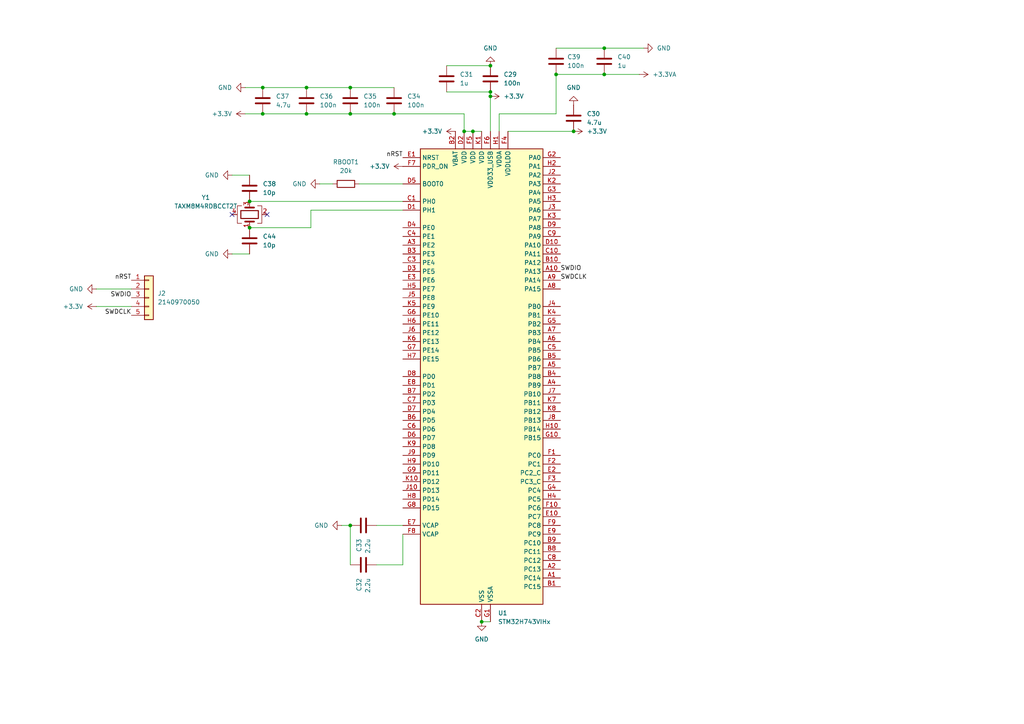
<source format=kicad_sch>
(kicad_sch (version 20231120) (generator "eeschema") (generator_version "8.0")
  (paper "A4")
  (lib_symbols
    (symbol "Connector_Generic:Conn_01x05" (pin_names (offset 1.016) hide)
      (property "Reference" "J" (at 0 7.62 0))
      (property "Value" "Conn_01x05" (at 0 -7.62 0))
      (symbol "Conn_01x05_1_1"
        (rectangle (start -1.27 -4.953) (end 0 -5.207) (stroke (width 0.1524)))
        (rectangle (start -1.27 -2.413) (end 0 -2.667) (stroke (width 0.1524)))
        (rectangle (start -1.27 0.127) (end 0 -0.127) (stroke (width 0.1524)))
        (rectangle (start -1.27 2.667) (end 0 2.413) (stroke (width 0.1524)))
        (rectangle (start -1.27 5.207) (end 0 4.953) (stroke (width 0.1524)))
        (rectangle (start -1.27 6.35) (end 1.27 -6.35) (stroke (width 0.254)) (fill (type background)))
        (pin passive line (at -5.08 5.08 0) (length 3.81) (name "Pin_1") (number "1"))
        (pin passive line (at -5.08 2.54 0) (length 3.81) (name "Pin_2") (number "2"))
        (pin passive line (at -5.08 0 0) (length 3.81) (name "Pin_3") (number "3"))
        (pin passive line (at -5.08 -2.54 0) (length 3.81) (name "Pin_4") (number "4"))
        (pin passive line (at -5.08 -5.08 0) (length 3.81) (name "Pin_5") (number "5"))
      )
    )
    (symbol "Device:C" (pin_numbers hide) (pin_names (offset 0.254))
      (property "Reference" "C" (at 0.635 2.54 0))
      (property "Value" "C" (at 0.635 -2.54 0))
      (symbol "C_0_1"
        (polyline (pts (xy -2.032 -0.762) (xy 2.032 -0.762)) (stroke (width 0.508)))
        (polyline (pts (xy -2.032 0.762) (xy 2.032 0.762)) (stroke (width 0.508)))
      )
      (symbol "C_1_1"
        (pin passive line (at 0 3.81 270) (length 2.794) (name "~") (number "1"))
        (pin passive line (at 0 -3.81 90) (length 2.794) (name "~") (number "2"))
      )
    )
    (symbol "Device:Crystal_GND24" (pin_names (offset 1.016) hide)
      (property "Reference" "Y" (at 3.175 5.08 0))
      (property "Value" "Crystal_GND24" (at 3.175 3.175 0))
      (symbol "Crystal_GND24_0_1"
        (rectangle (start -1.143 2.54) (end 1.143 -2.54) (stroke (width 0.3048)))
        (polyline (pts (xy -2.54 0) (xy -2.032 0)))
        (polyline (pts (xy -2.032 -1.27) (xy -2.032 1.27)) (stroke (width 0.508)))
        (polyline (pts (xy 0 -3.81) (xy 0 -3.556)))
        (polyline (pts (xy 0 3.556) (xy 0 3.81)))
        (polyline (pts (xy 2.032 -1.27) (xy 2.032 1.27)) (stroke (width 0.508)))
        (polyline (pts (xy 2.032 0) (xy 2.54 0)))
        (polyline (pts (xy -2.54 -2.286) (xy -2.54 -3.556) (xy 2.54 -3.556) (xy 2.54 -2.286)))
        (polyline (pts (xy -2.54 2.286) (xy -2.54 3.556) (xy 2.54 3.556) (xy 2.54 2.286)))
      )
      (symbol "Crystal_GND24_1_1"
        (pin passive line (at -3.81 0 0) (length 1.27) (name "1") (number "1"))
        (pin passive line (at 0 5.08 270) (length 1.27) (name "2") (number "2"))
        (pin passive line (at 3.81 0 180) (length 1.27) (name "3") (number "3"))
        (pin passive line (at 0 -5.08 90) (length 1.27) (name "4") (number "4"))
      )
    )
    (symbol "Device:R" (pin_numbers hide) (pin_names (offset 0))
      (property "Reference" "R" (at 2.032 0 90))
      (property "Value" "R" (at 0 0 90))
      (symbol "R_0_1"
        (rectangle (start -1.016 -2.54) (end 1.016 2.54) (stroke (width 0.254)))
      )
      (symbol "R_1_1"
        (pin passive line (at 0 3.81 270) (length 1.27) (name "~") (number "1"))
        (pin passive line (at 0 -3.81 90) (length 1.27) (name "~") (number "2"))
      )
    )
    (symbol "MCU_ST_STM32H7:STM32H743VIHx"
      (property "Reference" "U" (at -17.78 67.31 0))
      (property "Value" "STM32H743VIHx" (at 10.16 67.31 0))
      (symbol "STM32H743VIHx_0_1"
        (rectangle (start -17.78 -66.04) (end 17.78 66.04) (stroke (width 0.254)) (fill (type background)))
      )
      (symbol "STM32H743VIHx_1_1"
        (pin bidirectional line (at 22.86 -58.42 180) (length 5.08) (name "PC14") (number "A1"))
        (pin bidirectional line (at 22.86 30.48 180) (length 5.08) (name "PA13") (number "A10"))
        (pin bidirectional line (at 22.86 -55.88 180) (length 5.08) (name "PC13") (number "A2"))
        (pin bidirectional line (at -22.86 38.1 0) (length 5.08) (name "PE2") (number "A3"))
        (pin bidirectional line (at 22.86 -2.54 180) (length 5.08) (name "PB9") (number "A4"))
        (pin bidirectional line (at 22.86 2.54 180) (length 5.08) (name "PB7") (number "A5"))
        (pin bidirectional line (at 22.86 10.16 180) (length 5.08) (name "PB4") (number "A6"))
        (pin bidirectional line (at 22.86 12.7 180) (length 5.08) (name "PB3") (number "A7"))
        (pin bidirectional line (at 22.86 25.4 180) (length 5.08) (name "PA15") (number "A8"))
        (pin bidirectional line (at 22.86 27.94 180) (length 5.08) (name "PA14") (number "A9"))
        (pin bidirectional line (at 22.86 -60.96 180) (length 5.08) (name "PC15") (number "B1"))
        (pin bidirectional line (at 22.86 33.02 180) (length 5.08) (name "PA12") (number "B10"))
        (pin power_in line (at -7.62 71.12 270) (length 5.08) (name "VBAT") (number "B2"))
        (pin bidirectional line (at -22.86 35.56 0) (length 5.08) (name "PE3") (number "B3"))
        (pin bidirectional line (at 22.86 0 180) (length 5.08) (name "PB8") (number "B4"))
        (pin bidirectional line (at 22.86 5.08 180) (length 5.08) (name "PB6") (number "B5"))
        (pin bidirectional line (at -22.86 -12.7 0) (length 5.08) (name "PD5") (number "B6"))
        (pin bidirectional line (at -22.86 -5.08 0) (length 5.08) (name "PD2") (number "B7"))
        (pin bidirectional line (at 22.86 -50.8 180) (length 5.08) (name "PC11") (number "B8"))
        (pin bidirectional line (at 22.86 -48.26 180) (length 5.08) (name "PC10") (number "B9"))
        (pin bidirectional line (at -22.86 50.8 0) (length 5.08) (name "PH0") (number "C1"))
        (pin bidirectional line (at 22.86 35.56 180) (length 5.08) (name "PA11") (number "C10"))
        (pin power_in line (at 0 -71.12 90) (length 5.08) (name "VSS") (number "C2"))
        (pin bidirectional line (at -22.86 33.02 0) (length 5.08) (name "PE4") (number "C3"))
        (pin bidirectional line (at -22.86 40.64 0) (length 5.08) (name "PE1") (number "C4"))
        (pin bidirectional line (at 22.86 7.62 180) (length 5.08) (name "PB5") (number "C5"))
        (pin bidirectional line (at -22.86 -15.24 0) (length 5.08) (name "PD6") (number "C6"))
        (pin bidirectional line (at -22.86 -7.62 0) (length 5.08) (name "PD3") (number "C7"))
        (pin bidirectional line (at 22.86 -53.34 180) (length 5.08) (name "PC12") (number "C8"))
        (pin bidirectional line (at 22.86 40.64 180) (length 5.08) (name "PA9") (number "C9"))
        (pin bidirectional line (at -22.86 48.26 0) (length 5.08) (name "PH1") (number "D1"))
        (pin bidirectional line (at 22.86 38.1 180) (length 5.08) (name "PA10") (number "D10"))
        (pin power_in line (at -5.08 71.12 270) (length 5.08) (name "VDD") (number "D2"))
        (pin bidirectional line (at -22.86 30.48 0) (length 5.08) (name "PE5") (number "D3"))
        (pin bidirectional line (at -22.86 43.18 0) (length 5.08) (name "PE0") (number "D4"))
        (pin input line (at -22.86 55.88 0) (length 5.08) (name "BOOT0") (number "D5"))
        (pin bidirectional line (at -22.86 -17.78 0) (length 5.08) (name "PD7") (number "D6"))
        (pin bidirectional line (at -22.86 -10.16 0) (length 5.08) (name "PD4") (number "D7"))
        (pin bidirectional line (at -22.86 0 0) (length 5.08) (name "PD0") (number "D8"))
        (pin bidirectional line (at 22.86 43.18 180) (length 5.08) (name "PA8") (number "D9"))
        (pin input line (at -22.86 63.5 0) (length 5.08) (name "NRST") (number "E1"))
        (pin bidirectional line (at 22.86 -40.64 180) (length 5.08) (name "PC7") (number "E10"))
        (pin bidirectional line (at 22.86 -27.94 180) (length 5.08) (name "PC2_C") (number "E2"))
        (pin bidirectional line (at -22.86 27.94 0) (length 5.08) (name "PE6") (number "E3"))
        (pin passive line (at 0 -71.12 90) (length 5.08) hide (name "VSS") (number "E4"))
        (pin passive line (at 0 -71.12 90) (length 5.08) hide (name "VSS") (number "E5"))
        (pin passive line (at 0 -71.12 90) (length 5.08) hide (name "VSS") (number "E6"))
        (pin power_out line (at -22.86 -43.18 0) (length 5.08) (name "VCAP") (number "E7"))
        (pin bidirectional line (at -22.86 -2.54 0) (length 5.08) (name "PD1") (number "E8"))
        (pin bidirectional line (at 22.86 -45.72 180) (length 5.08) (name "PC9") (number "E9"))
        (pin bidirectional line (at 22.86 -22.86 180) (length 5.08) (name "PC0") (number "F1"))
        (pin bidirectional line (at 22.86 -38.1 180) (length 5.08) (name "PC6") (number "F10"))
        (pin bidirectional line (at 22.86 -25.4 180) (length 5.08) (name "PC1") (number "F2"))
        (pin bidirectional line (at 22.86 -30.48 180) (length 5.08) (name "PC3_C") (number "F3"))
        (pin power_in line (at 7.62 71.12 270) (length 5.08) (name "VDDLDO") (number "F4"))
        (pin power_in line (at -2.54 71.12 270) (length 5.08) (name "VDD") (number "F5"))
        (pin power_in line (at 2.54 71.12 270) (length 5.08) (name "VDD33_USB") (number "F6"))
        (pin input line (at -22.86 60.96 0) (length 5.08) (name "PDR_ON") (number "F7"))
        (pin power_out line (at -22.86 -45.72 0) (length 5.08) (name "VCAP") (number "F8"))
        (pin bidirectional line (at 22.86 -43.18 180) (length 5.08) (name "PC8") (number "F9"))
        (pin power_in line (at 2.54 -71.12 90) (length 5.08) (name "VSSA") (number "G1"))
        (pin bidirectional line (at 22.86 -17.78 180) (length 5.08) (name "PB15") (number "G10"))
        (pin bidirectional line (at 22.86 63.5 180) (length 5.08) (name "PA0") (number "G2"))
        (pin bidirectional line (at 22.86 53.34 180) (length 5.08) (name "PA4") (number "G3"))
        (pin bidirectional line (at 22.86 -33.02 180) (length 5.08) (name "PC4") (number "G4"))
        (pin bidirectional line (at 22.86 15.24 180) (length 5.08) (name "PB2") (number "G5"))
        (pin bidirectional line (at -22.86 17.78 0) (length 5.08) (name "PE10") (number "G6"))
        (pin bidirectional line (at -22.86 7.62 0) (length 5.08) (name "PE14") (number "G7"))
        (pin bidirectional line (at -22.86 -38.1 0) (length 5.08) (name "PD15") (number "G8"))
        (pin bidirectional line (at -22.86 -27.94 0) (length 5.08) (name "PD11") (number "G9"))
        (pin power_in line (at 5.08 71.12 270) (length 5.08) (name "VDDA") (number "H1"))
        (pin bidirectional line (at 22.86 -15.24 180) (length 5.08) (name "PB14") (number "H10"))
        (pin bidirectional line (at 22.86 60.96 180) (length 5.08) (name "PA1") (number "H2"))
        (pin bidirectional line (at 22.86 50.8 180) (length 5.08) (name "PA5") (number "H3"))
        (pin bidirectional line (at 22.86 -35.56 180) (length 5.08) (name "PC5") (number "H4"))
        (pin bidirectional line (at -22.86 25.4 0) (length 5.08) (name "PE7") (number "H5"))
        (pin bidirectional line (at -22.86 15.24 0) (length 5.08) (name "PE11") (number "H6"))
        (pin bidirectional line (at -22.86 5.08 0) (length 5.08) (name "PE15") (number "H7"))
        (pin bidirectional line (at -22.86 -35.56 0) (length 5.08) (name "PD14") (number "H8"))
        (pin bidirectional line (at -22.86 -25.4 0) (length 5.08) (name "PD10") (number "H9"))
        (pin passive line (at 0 -71.12 90) (length 5.08) hide (name "VSS") (number "J1"))
        (pin bidirectional line (at -22.86 -33.02 0) (length 5.08) (name "PD13") (number "J10"))
        (pin bidirectional line (at 22.86 58.42 180) (length 5.08) (name "PA2") (number "J2"))
        (pin bidirectional line (at 22.86 48.26 180) (length 5.08) (name "PA6") (number "J3"))
        (pin bidirectional line (at 22.86 20.32 180) (length 5.08) (name "PB0") (number "J4"))
        (pin bidirectional line (at -22.86 22.86 0) (length 5.08) (name "PE8") (number "J5"))
        (pin bidirectional line (at -22.86 12.7 0) (length 5.08) (name "PE12") (number "J6"))
        (pin bidirectional line (at 22.86 -5.08 180) (length 5.08) (name "PB10") (number "J7"))
        (pin bidirectional line (at 22.86 -12.7 180) (length 5.08) (name "PB13") (number "J8"))
        (pin bidirectional line (at -22.86 -22.86 0) (length 5.08) (name "PD9") (number "J9"))
        (pin power_in line (at 0 71.12 270) (length 5.08) (name "VDD") (number "K1"))
        (pin bidirectional line (at -22.86 -30.48 0) (length 5.08) (name "PD12") (number "K10"))
        (pin bidirectional line (at 22.86 55.88 180) (length 5.08) (name "PA3") (number "K2"))
        (pin bidirectional line (at 22.86 45.72 180) (length 5.08) (name "PA7") (number "K3"))
        (pin bidirectional line (at 22.86 17.78 180) (length 5.08) (name "PB1") (number "K4"))
        (pin bidirectional line (at -22.86 20.32 0) (length 5.08) (name "PE9") (number "K5"))
        (pin bidirectional line (at -22.86 10.16 0) (length 5.08) (name "PE13") (number "K6"))
        (pin bidirectional line (at 22.86 -7.62 180) (length 5.08) (name "PB11") (number "K7"))
        (pin bidirectional line (at 22.86 -10.16 180) (length 5.08) (name "PB12") (number "K8"))
        (pin bidirectional line (at -22.86 -20.32 0) (length 5.08) (name "PD8") (number "K9"))
      )
    )
    (symbol "power:+3.3V" (power) (pin_numbers hide) (pin_names (offset 0) hide)
      (property "Value" "+3.3V" (at 0 3.556 0))
      (symbol "+3.3V_0_1"
        (polyline (pts (xy -0.762 1.27) (xy 0 2.54)))
        (polyline (pts (xy 0 0) (xy 0 2.54)))
        (polyline (pts (xy 0 2.54) (xy 0.762 1.27)))
      )
      (symbol "+3.3V_1_1"
        (pin power_in line (at 0 0 90) (length 0) (name "~") (number "1"))
      )
    )
    (symbol "power:+3.3VA" (power) (pin_numbers hide) (pin_names (offset 0) hide)
      (property "Value" "+3.3VA" (at 0 3.556 0))
      (symbol "+3.3VA_0_1"
        (polyline (pts (xy -0.762 1.27) (xy 0 2.54)))
        (polyline (pts (xy 0 0) (xy 0 2.54)))
        (polyline (pts (xy 0 2.54) (xy 0.762 1.27)))
      )
      (symbol "+3.3VA_1_1"
        (pin power_in line (at 0 0 90) (length 0) (name "~") (number "1"))
      )
    )
    (symbol "power:GND" (power) (pin_numbers hide) (pin_names (offset 0) hide)
      (property "Value" "GND" (at 0 -3.81 0))
      (symbol "GND_0_1"
        (polyline (pts (xy 0 0) (xy 0 -1.27) (xy 1.27 -1.27) (xy 0 -2.54) (xy -1.27 -1.27) (xy 0 -1.27)))
      )
      (symbol "GND_1_1"
        (pin power_in line (at 0 0 270) (length 0) (name "~") (number "1"))
      )
    )
  )
  (junction (at 88.9 33.02))
  (junction (at 137.16 38.1))
  (junction (at 142.24 27.94))
  (junction (at 142.24 19.05))
  (junction (at 161.29 21.59))
  (junction (at 166.37 38.1))
  (junction (at 175.26 21.59))
  (junction (at 114.3 33.02))
  (junction (at 88.9 25.4))
  (junction (at 142.24 26.67))
  (junction (at 134.62 38.1))
  (junction (at 72.39 58.42))
  (junction (at 72.39 66.04))
  (junction (at 101.6 25.4))
  (junction (at 101.6 33.02))
  (junction (at 76.2 25.4))
  (junction (at 101.6 152.4))
  (junction (at 139.7 180.34))
  (junction (at 76.2 33.02))
  (junction (at 175.26 13.97))
  (no_connect (at 77.47 62.23))
  (no_connect (at 67.31 62.23))
  (wire (pts (xy 109.22 152.4) (xy 116.84 152.4)))
  (wire (pts (xy 134.62 33.02) (xy 134.62 38.1)))
  (wire (pts (xy 137.16 38.1) (xy 139.7 38.1)))
  (wire (pts (xy 71.12 25.4) (xy 76.2 25.4)))
  (wire (pts (xy 139.7 180.34) (xy 142.24 180.34)))
  (wire (pts (xy 109.22 163.83) (xy 116.84 163.83)))
  (wire (pts (xy 76.2 25.4) (xy 88.9 25.4)))
  (wire (pts (xy 99.06 152.4) (xy 101.6 152.4)))
  (wire (pts (xy 67.31 73.66) (xy 72.39 73.66)))
  (wire (pts (xy 129.54 19.05) (xy 142.24 19.05)))
  (wire (pts (xy 175.26 21.59) (xy 185.42 21.59)))
  (wire (pts (xy 101.6 152.4) (xy 101.6 163.83)))
  (wire (pts (xy 161.29 33.02) (xy 161.29 21.59)))
  (wire (pts (xy 104.14 53.34) (xy 116.84 53.34)))
  (wire (pts (xy 27.94 83.82) (xy 38.1 83.82)))
  (wire (pts (xy 90.17 60.96) (xy 90.17 66.04)))
  (wire (pts (xy 144.78 33.02) (xy 144.78 38.1)))
  (wire (pts (xy 67.31 50.8) (xy 72.39 50.8)))
  (wire (pts (xy 142.24 26.67) (xy 142.24 27.94)))
  (wire (pts (xy 71.12 33.02) (xy 76.2 33.02)))
  (wire (pts (xy 116.84 163.83) (xy 116.84 154.94)))
  (wire (pts (xy 76.2 33.02) (xy 88.9 33.02)))
  (wire (pts (xy 161.29 21.59) (xy 175.26 21.59)))
  (wire (pts (xy 116.84 60.96) (xy 90.17 60.96)))
  (wire (pts (xy 72.39 58.42) (xy 116.84 58.42)))
  (wire (pts (xy 90.17 66.04) (xy 72.39 66.04)))
  (wire (pts (xy 142.24 27.94) (xy 142.24 38.1)))
  (wire (pts (xy 27.94 88.9) (xy 38.1 88.9)))
  (wire (pts (xy 161.29 13.97) (xy 175.26 13.97)))
  (wire (pts (xy 101.6 33.02) (xy 114.3 33.02)))
  (wire (pts (xy 166.37 38.1) (xy 147.32 38.1)))
  (wire (pts (xy 175.26 13.97) (xy 186.69 13.97)))
  (wire (pts (xy 144.78 33.02) (xy 161.29 33.02)))
  (wire (pts (xy 134.62 38.1) (xy 137.16 38.1)))
  (wire (pts (xy 92.71 53.34) (xy 96.52 53.34)))
  (wire (pts (xy 88.9 33.02) (xy 101.6 33.02)))
  (wire (pts (xy 114.3 33.02) (xy 134.62 33.02)))
  (wire (pts (xy 101.6 25.4) (xy 114.3 25.4)))
  (wire (pts (xy 129.54 26.67) (xy 142.24 26.67)))
  (wire (pts (xy 88.9 25.4) (xy 101.6 25.4)))
  (label "SWDIO" (at 38.1 86.36 180))
  (label "SWDCLK" (at 162.56 81.28 0))
  (label "SWDIO" (at 162.56 78.74 0))
  (label "nRST" (at 116.84 45.72 180))
  (label "nRST" (at 38.1 81.28 180))
  (label "SWDCLK" (at 38.1 91.44 180))
  (symbol (lib_id "MCU_ST_STM32H7:STM32H743VIHx") (at 139.7 109.22 0) (unit 1)
    (property "Reference" "U1" (at 144.4341 177.8 0) (effects (justify left)))
    (property "Value" "STM32H743VIHx" (at 144.4341 180.34 0) (effects (justify left)))
    (property "Footprint" "Package_BGA:TFBGA-100_8x8mm_Layout10x10_P0.8mm" (effects (hide yes)))
    (property "Datasheet" "https://www.st.com/resource/en/datasheet/stm32h743vi.pdf" (effects (hide yes)))
    (property "Description" "STMicroelectronics Arm Cortex-M7 MCU, 2048KB flash, 1024KB RAM, 480 MHz, 1.71-3.6V, 82 GPIO, TFBGA100" (effects (hide yes)))
  )
  (symbol (lib_id "Device:C") (at 88.9 29.21 0) (unit 1)
    (property "Reference" "C36" (at 92.71 27.9399 0) (effects (justify left)))
    (property "Value" "100n" (at 92.71 30.4799 0) (effects (justify left)))
    (property "Footprint" "Capacitor_SMD:C_0402_1005Metric" (effects (hide yes)))
  )
  (symbol (lib_id "Device:C") (at 142.24 22.86 0) (unit 1)
    (property "Reference" "C29" (at 146.05 21.5899 0) (effects (justify left)))
    (property "Value" "100n" (at 146.05 24.1299 0) (effects (justify left)))
    (property "Footprint" "Capacitor_SMD:C_0402_1005Metric" (effects (hide yes)))
  )
  (symbol (lib_id "Device:C") (at 166.37 34.29 0) (unit 1)
    (property "Reference" "C30" (at 170.18 33.0199 0) (effects (justify left)))
    (property "Value" "4.7u" (at 170.18 35.5599 0) (effects (justify left)))
    (property "Footprint" "Capacitor_SMD:C_0402_1005Metric" (effects (hide yes)))
  )
  (symbol (lib_id "power:GND") (at 139.7 180.34 0) (unit 1)
    (property "Reference" "#PWR091" (effects (hide yes)))
    (property "Value" "GND" (at 139.7 185.42 0))
    (property "Description" "Power symbol creates a global label with name \"GND\" , ground" (effects (hide yes)))
  )
  (symbol (lib_id "power:GND") (at 67.31 73.66 270) (unit 1)
    (property "Reference" "#PWR64" (effects (hide yes)))
    (property "Value" "GND" (at 63.5 73.6599 90) (effects (justify right)))
    (property "Description" "Power symbol creates a global label with name \"GND\" , ground" (effects (hide yes)))
  )
  (symbol (lib_id "power:GND") (at 142.24 19.05 180) (unit 1)
    (property "Reference" "#PWR087" (effects (hide yes)))
    (property "Value" "GND" (at 142.24 13.97 0))
    (property "Description" "Power symbol creates a global label with name \"GND\" , ground" (effects (hide yes)))
  )
  (symbol (lib_id "Device:Crystal_GND24") (at 72.39 62.23 270) (mirror x) (unit 1)
    (property "Reference" "Y1" (at 59.69 57.2768 90))
    (property "Value" "TAXM8M4RDBCCT2T" (at 59.69 59.8168 90))
    (property "Description" "Four pin crystal, GND on pins 2 and 4" (effects (hide yes)))
  )
  (symbol (lib_id "power:+3.3V") (at 27.94 88.9 90) (unit 1)
    (property "Reference" "#PWR38" (effects (hide yes)))
    (property "Value" "+3.3V" (at 24.13 88.8999 90) (effects (justify left)))
    (property "Description" "Power symbol creates a global label with name \"+3.3V\"" (effects (hide yes)))
  )
  (symbol (lib_id "Device:C") (at 161.29 17.78 0) (unit 1)
    (property "Reference" "C39" (at 164.511 16.5099 0) (effects (justify left)))
    (property "Value" "100n" (at 164.511 19.0499 0) (effects (justify left)))
    (property "Footprint" "Capacitor_SMD:C_0402_1005Metric" (effects (hide yes)))
  )
  (symbol (lib_id "Device:C") (at 72.39 69.85 0) (unit 1)
    (property "Reference" "C44" (at 76.2 68.5799 0) (effects (justify left)))
    (property "Value" "10p" (at 76.2 71.1199 0) (effects (justify left)))
    (property "Footprint" "Capacitor_SMD:C_0402_1005Metric" (effects (hide yes)))
  )
  (symbol (lib_id "power:GND") (at 166.37 30.48 180) (unit 1)
    (property "Reference" "#PWR088" (effects (hide yes)))
    (property "Value" "GND" (at 166.37 25.4 0))
    (property "Description" "Power symbol creates a global label with name \"GND\" , ground" (effects (hide yes)))
  )
  (symbol (lib_id "Device:C") (at 105.41 163.83 90) (mirror x) (unit 1)
    (property "Reference" "C32" (at 104.1399 167.64 0) (effects (justify left)))
    (property "Value" "2.2u" (at 106.6799 167.64 0) (effects (justify left)))
    (property "Footprint" "Capacitor_SMD:C_0402_1005Metric" (effects (hide yes)))
  )
  (symbol (lib_id "power:+3.3VA") (at 185.42 21.59 270) (unit 1)
    (property "Reference" "#PWR098" (effects (hide yes)))
    (property "Value" "+3.3VA" (at 189.23 21.5899 90) (effects (justify left)))
    (property "Description" "Power symbol creates a global label with name \"+3.3VA\"" (effects (hide yes)))
  )
  (symbol (lib_id "Device:C") (at 76.2 29.21 0) (unit 1)
    (property "Reference" "C37" (at 80.01 27.9399 0) (effects (justify left)))
    (property "Value" "4.7u" (at 80.01 30.4799 0) (effects (justify left)))
    (property "Footprint" "Capacitor_SMD:C_0402_1005Metric" (effects (hide yes)))
  )
  (symbol (lib_id "power:GND") (at 27.94 83.82 270) (unit 1)
    (property "Reference" "#PWR37" (effects (hide yes)))
    (property "Value" "GND" (at 24.13 83.8199 90) (effects (justify right)))
    (property "Description" "Power symbol creates a global label with name \"GND\" , ground" (effects (hide yes)))
  )
  (symbol (lib_id "power:GND") (at 67.31 50.8 270) (unit 1)
    (property "Reference" "#PWR63" (effects (hide yes)))
    (property "Value" "GND" (at 63.5 50.7999 90) (effects (justify right)))
    (property "Description" "Power symbol creates a global label with name \"GND\" , ground" (effects (hide yes)))
  )
  (symbol (lib_id "power:+3.3V") (at 71.12 33.02 90) (unit 1)
    (property "Reference" "#PWR093" (effects (hide yes)))
    (property "Value" "+3.3V" (at 67.31 33.0199 90) (effects (justify left)))
    (property "Description" "Power symbol creates a global label with name \"+3.3V\"" (effects (hide yes)))
  )
  (symbol (lib_id "Device:C") (at 175.26 17.78 0) (unit 1)
    (property "Reference" "C40" (at 179.07 16.5099 0) (effects (justify left)))
    (property "Value" "1u" (at 179.07 19.0499 0) (effects (justify left)))
    (property "Footprint" "Capacitor_SMD:C_0402_1005Metric" (effects (hide yes)))
  )
  (symbol (lib_id "power:+3.3V") (at 142.24 27.94 270) (unit 1)
    (property "Reference" "#PWR089" (effects (hide yes)))
    (property "Value" "+3.3V" (at 146.05 27.9399 90) (effects (justify left)))
    (property "Description" "Power symbol creates a global label with name \"+3.3V\"" (effects (hide yes)))
  )
  (symbol (lib_id "Device:R") (at 100.33 53.34 270) (unit 1)
    (property "Reference" "RBOOT1" (at 100.33 46.99 90))
    (property "Value" "20k" (at 100.33 49.53 90))
    (property "Footprint" "Resistor_SMD:R_0402_1005Metric" (effects (hide yes)))
  )
  (symbol (lib_id "Device:C") (at 101.6 29.21 0) (unit 1)
    (property "Reference" "C35" (at 105.41 27.9399 0) (effects (justify left)))
    (property "Value" "100n" (at 105.41 30.4799 0) (effects (justify left)))
    (property "Footprint" "Capacitor_SMD:C_0402_1005Metric" (effects (hide yes)))
  )
  (symbol (lib_id "power:GND") (at 92.71 53.34 270) (unit 1)
    (property "Reference" "#PWR0103" (effects (hide yes)))
    (property "Value" "GND" (at 88.9 53.3399 90) (effects (justify right)))
    (property "Description" "Power symbol creates a global label with name \"GND\" , ground" (effects (hide yes)))
  )
  (symbol (lib_id "power:+3.3V") (at 132.08 38.1 90) (unit 1)
    (property "Reference" "#PWR094" (effects (hide yes)))
    (property "Value" "+3.3V" (at 128.27 38.0999 90) (effects (justify left)))
    (property "Description" "Power symbol creates a global label with name \"+3.3V\"" (effects (hide yes)))
  )
  (symbol (lib_id "power:GND") (at 71.12 25.4 270) (unit 1)
    (property "Reference" "#PWR092" (effects (hide yes)))
    (property "Value" "GND" (at 67.31 25.3999 90) (effects (justify right)))
    (property "Description" "Power symbol creates a global label with name \"GND\" , ground" (effects (hide yes)))
  )
  (symbol (lib_id "power:+3.3V") (at 166.37 38.1 270) (unit 1)
    (property "Reference" "#PWR086" (effects (hide yes)))
    (property "Value" "+3.3V" (at 170.18 38.0999 90) (effects (justify left)))
    (property "Description" "Power symbol creates a global label with name \"+3.3V\"" (effects (hide yes)))
  )
  (symbol (lib_id "Device:C") (at 105.41 152.4 90) (mirror x) (unit 1)
    (property "Reference" "C33" (at 104.1399 156.21 0) (effects (justify left)))
    (property "Value" "2.2u" (at 106.6799 156.21 0) (effects (justify left)))
    (property "Footprint" "Capacitor_SMD:C_0402_1005Metric" (effects (hide yes)))
  )
  (symbol (lib_id "Device:C") (at 114.3 29.21 0) (unit 1)
    (property "Reference" "C34" (at 118.11 27.9399 0) (effects (justify left)))
    (property "Value" "100n" (at 118.11 30.4799 0) (effects (justify left)))
    (property "Footprint" "Capacitor_SMD:C_0402_1005Metric" (effects (hide yes)))
  )
  (symbol (lib_id "power:GND") (at 186.69 13.97 90) (unit 1)
    (property "Reference" "#PWR099" (effects (hide yes)))
    (property "Value" "GND" (at 190.5 13.9699 90) (effects (justify right)))
    (property "Description" "Power symbol creates a global label with name \"GND\" , ground" (effects (hide yes)))
  )
  (symbol (lib_id "power:+3.3V") (at 116.84 48.26 90) (unit 1)
    (property "Reference" "#PWR0102" (effects (hide yes)))
    (property "Value" "+3.3V" (at 113.03 48.2599 90) (effects (justify left)))
    (property "Description" "Power symbol creates a global label with name \"+3.3V\"" (effects (hide yes)))
  )
  (symbol (lib_id "power:GND") (at 99.06 152.4 270) (unit 1)
    (property "Reference" "#PWR090" (effects (hide yes)))
    (property "Value" "GND" (at 95.25 152.3999 90) (effects (justify right)))
    (property "Description" "Power symbol creates a global label with name \"GND\" , ground" (effects (hide yes)))
  )
  (symbol (lib_id "Device:C") (at 129.54 22.86 0) (unit 1)
    (property "Reference" "C31" (at 133.35 21.5899 0) (effects (justify left)))
    (property "Value" "1u" (at 133.35 24.1299 0) (effects (justify left)))
    (property "Footprint" "Capacitor_SMD:C_0402_1005Metric" (effects (hide yes)))
  )
  (symbol (lib_id "Connector_Generic:Conn_01x05") (at 43.18 86.36 0) (unit 1)
    (property "Reference" "J2" (at 45.72 85.0899 0) (effects (justify left)))
    (property "Value" "2140970050" (at 45.72 87.6299 0) (effects (justify left)))
    (property "Footprint" "Rocketry_Manual:CONN_2140970000-SD_05_MOL" (effects (hide yes)))
    (property "Description" "Generic connector, single row, 01x05, script generated (kicad-library-utils/schlib/autogen/connector/)" (effects (hide yes)))
  )
  (symbol (lib_id "Device:C") (at 72.39 54.61 0) (unit 1)
    (property "Reference" "C38" (at 76.2 53.3399 0) (effects (justify left)))
    (property "Value" "10p" (at 76.2 55.8799 0) (effects (justify left)))
    (property "Footprint" "Capacitor_SMD:C_0402_1005Metric" (effects (hide yes)))
  )
)
</source>
